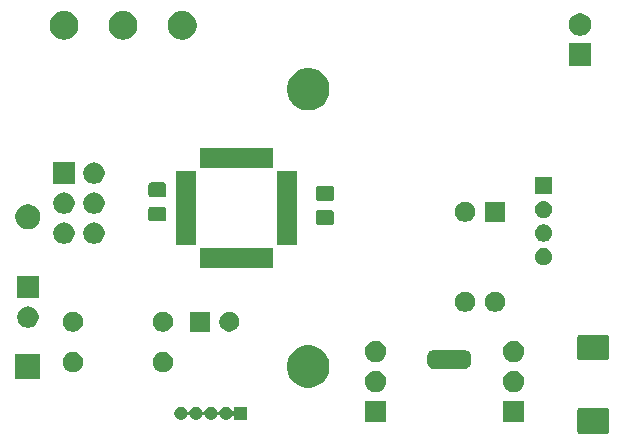
<source format=gbr>
G04 #@! TF.GenerationSoftware,KiCad,Pcbnew,5.1.5-1.fc31*
G04 #@! TF.CreationDate,2020-02-11T17:57:21+01:00*
G04 #@! TF.ProjectId,mimu3000,6d696d75-3330-4303-902e-6b696361645f,rev?*
G04 #@! TF.SameCoordinates,Original*
G04 #@! TF.FileFunction,Soldermask,Top*
G04 #@! TF.FilePolarity,Negative*
%FSLAX46Y46*%
G04 Gerber Fmt 4.6, Leading zero omitted, Abs format (unit mm)*
G04 Created by KiCad (PCBNEW 5.1.5-1.fc31) date 2020-02-11 17:57:21*
%MOMM*%
%LPD*%
G04 APERTURE LIST*
%ADD10C,0.100000*%
G04 APERTURE END LIST*
D10*
G36*
X216691132Y-123527810D02*
G01*
X216722423Y-123537302D01*
X216751263Y-123552717D01*
X216776539Y-123573461D01*
X216797283Y-123598737D01*
X216812698Y-123627577D01*
X216822190Y-123658868D01*
X216826000Y-123697551D01*
X216826000Y-125527449D01*
X216822190Y-125566132D01*
X216812698Y-125597423D01*
X216797283Y-125626263D01*
X216776539Y-125651539D01*
X216751263Y-125672283D01*
X216722423Y-125687698D01*
X216691132Y-125697190D01*
X216652449Y-125701000D01*
X214347551Y-125701000D01*
X214308868Y-125697190D01*
X214277577Y-125687698D01*
X214248737Y-125672283D01*
X214223461Y-125651539D01*
X214202717Y-125626263D01*
X214187302Y-125597423D01*
X214177810Y-125566132D01*
X214174000Y-125527449D01*
X214174000Y-123697551D01*
X214177810Y-123658868D01*
X214187302Y-123627577D01*
X214202717Y-123598737D01*
X214223461Y-123573461D01*
X214248737Y-123552717D01*
X214277577Y-123537302D01*
X214308868Y-123527810D01*
X214347551Y-123524000D01*
X216652449Y-123524000D01*
X216691132Y-123527810D01*
G37*
G36*
X209666000Y-124699000D02*
G01*
X207864000Y-124699000D01*
X207864000Y-122897000D01*
X209666000Y-122897000D01*
X209666000Y-124699000D01*
G37*
G36*
X197982000Y-124699000D02*
G01*
X196180000Y-124699000D01*
X196180000Y-122897000D01*
X197982000Y-122897000D01*
X197982000Y-124699000D01*
G37*
G36*
X180754721Y-123422174D02*
G01*
X180854995Y-123463709D01*
X180854996Y-123463710D01*
X180945242Y-123524010D01*
X181021990Y-123600758D01*
X181021991Y-123600760D01*
X181082291Y-123691005D01*
X181113516Y-123766389D01*
X181125067Y-123788000D01*
X181140612Y-123806941D01*
X181159554Y-123822487D01*
X181181165Y-123834038D01*
X181204614Y-123841151D01*
X181229000Y-123843553D01*
X181253386Y-123841151D01*
X181276835Y-123834038D01*
X181298446Y-123822487D01*
X181317387Y-123806942D01*
X181332933Y-123788000D01*
X181344484Y-123766389D01*
X181375709Y-123691005D01*
X181436009Y-123600760D01*
X181436010Y-123600758D01*
X181512758Y-123524010D01*
X181603004Y-123463710D01*
X181603005Y-123463709D01*
X181703279Y-123422174D01*
X181809730Y-123401000D01*
X181918270Y-123401000D01*
X182024721Y-123422174D01*
X182124995Y-123463709D01*
X182124996Y-123463710D01*
X182215242Y-123524010D01*
X182291990Y-123600758D01*
X182291991Y-123600760D01*
X182352291Y-123691005D01*
X182383516Y-123766389D01*
X182395067Y-123788000D01*
X182410612Y-123806941D01*
X182429554Y-123822487D01*
X182451165Y-123834038D01*
X182474614Y-123841151D01*
X182499000Y-123843553D01*
X182523386Y-123841151D01*
X182546835Y-123834038D01*
X182568446Y-123822487D01*
X182587387Y-123806942D01*
X182602933Y-123788000D01*
X182614484Y-123766389D01*
X182645709Y-123691005D01*
X182706009Y-123600760D01*
X182706010Y-123600758D01*
X182782758Y-123524010D01*
X182873004Y-123463710D01*
X182873005Y-123463709D01*
X182973279Y-123422174D01*
X183079730Y-123401000D01*
X183188270Y-123401000D01*
X183294721Y-123422174D01*
X183394995Y-123463709D01*
X183394996Y-123463710D01*
X183485242Y-123524010D01*
X183561990Y-123600758D01*
X183561991Y-123600760D01*
X183622291Y-123691005D01*
X183653516Y-123766389D01*
X183665067Y-123788000D01*
X183680612Y-123806941D01*
X183699554Y-123822487D01*
X183721165Y-123834038D01*
X183744614Y-123841151D01*
X183769000Y-123843553D01*
X183793386Y-123841151D01*
X183816835Y-123834038D01*
X183838446Y-123822487D01*
X183857387Y-123806942D01*
X183872933Y-123788000D01*
X183884484Y-123766389D01*
X183915709Y-123691005D01*
X183976009Y-123600760D01*
X183976010Y-123600758D01*
X184052758Y-123524010D01*
X184143004Y-123463710D01*
X184143005Y-123463709D01*
X184243279Y-123422174D01*
X184349730Y-123401000D01*
X184458270Y-123401000D01*
X184564721Y-123422174D01*
X184664995Y-123463709D01*
X184664996Y-123463710D01*
X184755242Y-123524010D01*
X184831990Y-123600758D01*
X184831991Y-123600760D01*
X184894068Y-123693664D01*
X184909614Y-123712606D01*
X184928556Y-123728151D01*
X184950167Y-123739702D01*
X184973615Y-123746815D01*
X184998002Y-123749217D01*
X185022388Y-123746815D01*
X185045837Y-123739702D01*
X185067447Y-123728151D01*
X185086389Y-123712605D01*
X185101934Y-123693663D01*
X185113485Y-123672052D01*
X185120598Y-123648604D01*
X185123000Y-123624218D01*
X185123000Y-123401000D01*
X186225000Y-123401000D01*
X186225000Y-124503000D01*
X185123000Y-124503000D01*
X185123000Y-124279782D01*
X185120598Y-124255396D01*
X185113485Y-124231947D01*
X185101934Y-124210336D01*
X185086389Y-124191394D01*
X185067447Y-124175849D01*
X185045836Y-124164298D01*
X185022387Y-124157185D01*
X184998001Y-124154783D01*
X184973615Y-124157185D01*
X184950166Y-124164298D01*
X184928555Y-124175849D01*
X184909613Y-124191394D01*
X184894068Y-124210336D01*
X184852988Y-124271816D01*
X184831990Y-124303242D01*
X184755242Y-124379990D01*
X184709812Y-124410345D01*
X184664995Y-124440291D01*
X184564721Y-124481826D01*
X184458270Y-124503000D01*
X184349730Y-124503000D01*
X184243279Y-124481826D01*
X184143005Y-124440291D01*
X184098188Y-124410345D01*
X184052758Y-124379990D01*
X183976010Y-124303242D01*
X183944041Y-124255396D01*
X183915709Y-124212995D01*
X183884484Y-124137611D01*
X183872933Y-124116000D01*
X183857388Y-124097059D01*
X183838446Y-124081513D01*
X183816835Y-124069962D01*
X183793386Y-124062849D01*
X183769000Y-124060447D01*
X183744614Y-124062849D01*
X183721165Y-124069962D01*
X183699554Y-124081513D01*
X183680613Y-124097058D01*
X183665067Y-124116000D01*
X183653516Y-124137611D01*
X183622291Y-124212995D01*
X183593959Y-124255396D01*
X183561990Y-124303242D01*
X183485242Y-124379990D01*
X183439812Y-124410345D01*
X183394995Y-124440291D01*
X183294721Y-124481826D01*
X183188270Y-124503000D01*
X183079730Y-124503000D01*
X182973279Y-124481826D01*
X182873005Y-124440291D01*
X182828188Y-124410345D01*
X182782758Y-124379990D01*
X182706010Y-124303242D01*
X182674041Y-124255396D01*
X182645709Y-124212995D01*
X182614484Y-124137611D01*
X182602933Y-124116000D01*
X182587388Y-124097059D01*
X182568446Y-124081513D01*
X182546835Y-124069962D01*
X182523386Y-124062849D01*
X182499000Y-124060447D01*
X182474614Y-124062849D01*
X182451165Y-124069962D01*
X182429554Y-124081513D01*
X182410613Y-124097058D01*
X182395067Y-124116000D01*
X182383516Y-124137611D01*
X182352291Y-124212995D01*
X182323959Y-124255396D01*
X182291990Y-124303242D01*
X182215242Y-124379990D01*
X182169812Y-124410345D01*
X182124995Y-124440291D01*
X182024721Y-124481826D01*
X181918270Y-124503000D01*
X181809730Y-124503000D01*
X181703279Y-124481826D01*
X181603005Y-124440291D01*
X181558188Y-124410345D01*
X181512758Y-124379990D01*
X181436010Y-124303242D01*
X181404041Y-124255396D01*
X181375709Y-124212995D01*
X181344484Y-124137611D01*
X181332933Y-124116000D01*
X181317388Y-124097059D01*
X181298446Y-124081513D01*
X181276835Y-124069962D01*
X181253386Y-124062849D01*
X181229000Y-124060447D01*
X181204614Y-124062849D01*
X181181165Y-124069962D01*
X181159554Y-124081513D01*
X181140613Y-124097058D01*
X181125067Y-124116000D01*
X181113516Y-124137611D01*
X181082291Y-124212995D01*
X181053959Y-124255396D01*
X181021990Y-124303242D01*
X180945242Y-124379990D01*
X180899812Y-124410345D01*
X180854995Y-124440291D01*
X180754721Y-124481826D01*
X180648270Y-124503000D01*
X180539730Y-124503000D01*
X180433279Y-124481826D01*
X180333005Y-124440291D01*
X180288188Y-124410345D01*
X180242758Y-124379990D01*
X180166010Y-124303242D01*
X180134041Y-124255396D01*
X180105709Y-124212995D01*
X180064174Y-124112721D01*
X180043000Y-124006270D01*
X180043000Y-123897730D01*
X180064174Y-123791279D01*
X180105709Y-123691005D01*
X180166009Y-123600760D01*
X180166010Y-123600758D01*
X180242758Y-123524010D01*
X180333004Y-123463710D01*
X180333005Y-123463709D01*
X180433279Y-123422174D01*
X180539730Y-123401000D01*
X180648270Y-123401000D01*
X180754721Y-123422174D01*
G37*
G36*
X208878512Y-120361927D02*
G01*
X209027812Y-120391624D01*
X209191784Y-120459544D01*
X209339354Y-120558147D01*
X209464853Y-120683646D01*
X209563456Y-120831216D01*
X209631376Y-120995188D01*
X209666000Y-121169259D01*
X209666000Y-121346741D01*
X209631376Y-121520812D01*
X209563456Y-121684784D01*
X209464853Y-121832354D01*
X209339354Y-121957853D01*
X209191784Y-122056456D01*
X209027812Y-122124376D01*
X208878512Y-122154073D01*
X208853742Y-122159000D01*
X208676258Y-122159000D01*
X208651488Y-122154073D01*
X208502188Y-122124376D01*
X208338216Y-122056456D01*
X208190646Y-121957853D01*
X208065147Y-121832354D01*
X207966544Y-121684784D01*
X207898624Y-121520812D01*
X207864000Y-121346741D01*
X207864000Y-121169259D01*
X207898624Y-120995188D01*
X207966544Y-120831216D01*
X208065147Y-120683646D01*
X208190646Y-120558147D01*
X208338216Y-120459544D01*
X208502188Y-120391624D01*
X208651488Y-120361927D01*
X208676258Y-120357000D01*
X208853742Y-120357000D01*
X208878512Y-120361927D01*
G37*
G36*
X197194512Y-120361927D02*
G01*
X197343812Y-120391624D01*
X197507784Y-120459544D01*
X197655354Y-120558147D01*
X197780853Y-120683646D01*
X197879456Y-120831216D01*
X197947376Y-120995188D01*
X197982000Y-121169259D01*
X197982000Y-121346741D01*
X197947376Y-121520812D01*
X197879456Y-121684784D01*
X197780853Y-121832354D01*
X197655354Y-121957853D01*
X197507784Y-122056456D01*
X197343812Y-122124376D01*
X197194512Y-122154073D01*
X197169742Y-122159000D01*
X196992258Y-122159000D01*
X196967488Y-122154073D01*
X196818188Y-122124376D01*
X196654216Y-122056456D01*
X196506646Y-121957853D01*
X196381147Y-121832354D01*
X196282544Y-121684784D01*
X196214624Y-121520812D01*
X196180000Y-121346741D01*
X196180000Y-121169259D01*
X196214624Y-120995188D01*
X196282544Y-120831216D01*
X196381147Y-120683646D01*
X196506646Y-120558147D01*
X196654216Y-120459544D01*
X196818188Y-120391624D01*
X196967488Y-120361927D01*
X196992258Y-120357000D01*
X197169742Y-120357000D01*
X197194512Y-120361927D01*
G37*
G36*
X191888931Y-118283211D02*
G01*
X192216692Y-118418974D01*
X192511670Y-118616072D01*
X192762528Y-118866930D01*
X192959626Y-119161908D01*
X193095389Y-119489669D01*
X193164600Y-119837616D01*
X193164600Y-120192384D01*
X193095389Y-120540331D01*
X192959626Y-120868092D01*
X192762528Y-121163070D01*
X192511670Y-121413928D01*
X192216692Y-121611026D01*
X191888931Y-121746789D01*
X191540984Y-121816000D01*
X191186216Y-121816000D01*
X190838269Y-121746789D01*
X190510508Y-121611026D01*
X190215530Y-121413928D01*
X189964672Y-121163070D01*
X189767574Y-120868092D01*
X189631811Y-120540331D01*
X189562600Y-120192384D01*
X189562600Y-119837616D01*
X189631811Y-119489669D01*
X189767574Y-119161908D01*
X189964672Y-118866930D01*
X190215530Y-118616072D01*
X190510508Y-118418974D01*
X190838269Y-118283211D01*
X191186216Y-118214000D01*
X191540984Y-118214000D01*
X191888931Y-118283211D01*
G37*
G36*
X168691000Y-121066000D02*
G01*
X166589000Y-121066000D01*
X166589000Y-118964000D01*
X168691000Y-118964000D01*
X168691000Y-121066000D01*
G37*
G36*
X171698228Y-118815703D02*
G01*
X171853100Y-118879853D01*
X171992481Y-118972985D01*
X172111015Y-119091519D01*
X172204147Y-119230900D01*
X172268297Y-119385772D01*
X172301000Y-119550184D01*
X172301000Y-119717816D01*
X172268297Y-119882228D01*
X172204147Y-120037100D01*
X172111015Y-120176481D01*
X171992481Y-120295015D01*
X171853100Y-120388147D01*
X171698228Y-120452297D01*
X171533816Y-120485000D01*
X171366184Y-120485000D01*
X171201772Y-120452297D01*
X171046900Y-120388147D01*
X170907519Y-120295015D01*
X170788985Y-120176481D01*
X170695853Y-120037100D01*
X170631703Y-119882228D01*
X170599000Y-119717816D01*
X170599000Y-119550184D01*
X170631703Y-119385772D01*
X170695853Y-119230900D01*
X170788985Y-119091519D01*
X170907519Y-118972985D01*
X171046900Y-118879853D01*
X171201772Y-118815703D01*
X171366184Y-118783000D01*
X171533816Y-118783000D01*
X171698228Y-118815703D01*
G37*
G36*
X179318228Y-118815703D02*
G01*
X179473100Y-118879853D01*
X179612481Y-118972985D01*
X179731015Y-119091519D01*
X179824147Y-119230900D01*
X179888297Y-119385772D01*
X179921000Y-119550184D01*
X179921000Y-119717816D01*
X179888297Y-119882228D01*
X179824147Y-120037100D01*
X179731015Y-120176481D01*
X179612481Y-120295015D01*
X179473100Y-120388147D01*
X179318228Y-120452297D01*
X179153816Y-120485000D01*
X178986184Y-120485000D01*
X178821772Y-120452297D01*
X178666900Y-120388147D01*
X178527519Y-120295015D01*
X178408985Y-120176481D01*
X178315853Y-120037100D01*
X178251703Y-119882228D01*
X178219000Y-119717816D01*
X178219000Y-119550184D01*
X178251703Y-119385772D01*
X178315853Y-119230900D01*
X178408985Y-119091519D01*
X178527519Y-118972985D01*
X178666900Y-118879853D01*
X178821772Y-118815703D01*
X178986184Y-118783000D01*
X179153816Y-118783000D01*
X179318228Y-118815703D01*
G37*
G36*
X202559999Y-118599737D02*
G01*
X202574528Y-118604145D01*
X202587711Y-118609606D01*
X202611745Y-118614388D01*
X202636249Y-118614389D01*
X202660282Y-118609609D01*
X202682921Y-118600232D01*
X202684765Y-118599000D01*
X203916050Y-118599000D01*
X203928164Y-118605475D01*
X203951613Y-118612588D01*
X203975999Y-118614990D01*
X204000385Y-118612588D01*
X204023834Y-118605475D01*
X204028746Y-118603152D01*
X204040001Y-118599737D01*
X204056140Y-118598148D01*
X204593861Y-118598148D01*
X204612199Y-118599954D01*
X204624450Y-118600556D01*
X204642869Y-118600556D01*
X204665149Y-118602750D01*
X204749233Y-118619476D01*
X204770660Y-118625976D01*
X204849858Y-118658780D01*
X204855303Y-118661691D01*
X204855309Y-118661693D01*
X204864169Y-118666429D01*
X204864173Y-118666432D01*
X204869614Y-118669340D01*
X204940899Y-118716971D01*
X204958204Y-118731172D01*
X205018828Y-118791796D01*
X205033029Y-118809101D01*
X205080660Y-118880386D01*
X205083568Y-118885827D01*
X205083571Y-118885831D01*
X205088307Y-118894691D01*
X205088309Y-118894697D01*
X205091220Y-118900142D01*
X205124024Y-118979340D01*
X205130524Y-119000767D01*
X205147250Y-119084851D01*
X205149444Y-119107131D01*
X205149444Y-119125550D01*
X205150046Y-119137801D01*
X205151852Y-119156139D01*
X205151852Y-119643862D01*
X205150046Y-119662199D01*
X205149444Y-119674450D01*
X205149444Y-119692869D01*
X205147250Y-119715149D01*
X205130524Y-119799233D01*
X205124024Y-119820660D01*
X205091220Y-119899858D01*
X205088309Y-119905303D01*
X205088307Y-119905309D01*
X205083571Y-119914169D01*
X205083568Y-119914173D01*
X205080660Y-119919614D01*
X205033029Y-119990899D01*
X205018828Y-120008204D01*
X204958204Y-120068828D01*
X204940899Y-120083029D01*
X204869614Y-120130660D01*
X204864173Y-120133568D01*
X204864169Y-120133571D01*
X204855309Y-120138307D01*
X204855303Y-120138309D01*
X204849858Y-120141220D01*
X204770660Y-120174024D01*
X204749233Y-120180524D01*
X204665149Y-120197250D01*
X204642869Y-120199444D01*
X204624450Y-120199444D01*
X204612199Y-120200046D01*
X204593862Y-120201852D01*
X204056140Y-120201852D01*
X204040001Y-120200263D01*
X204025472Y-120195855D01*
X204012289Y-120190394D01*
X203988255Y-120185612D01*
X203963751Y-120185611D01*
X203939718Y-120190391D01*
X203917079Y-120199768D01*
X203915235Y-120201000D01*
X202683950Y-120201000D01*
X202671836Y-120194525D01*
X202648387Y-120187412D01*
X202624001Y-120185010D01*
X202599615Y-120187412D01*
X202576166Y-120194525D01*
X202571254Y-120196848D01*
X202559999Y-120200263D01*
X202543860Y-120201852D01*
X202006138Y-120201852D01*
X201987801Y-120200046D01*
X201975550Y-120199444D01*
X201957131Y-120199444D01*
X201934851Y-120197250D01*
X201850767Y-120180524D01*
X201829340Y-120174024D01*
X201750142Y-120141220D01*
X201744697Y-120138309D01*
X201744691Y-120138307D01*
X201735831Y-120133571D01*
X201735827Y-120133568D01*
X201730386Y-120130660D01*
X201659101Y-120083029D01*
X201641796Y-120068828D01*
X201581172Y-120008204D01*
X201566971Y-119990899D01*
X201519340Y-119919614D01*
X201516432Y-119914173D01*
X201516429Y-119914169D01*
X201511693Y-119905309D01*
X201511691Y-119905303D01*
X201508780Y-119899858D01*
X201475976Y-119820660D01*
X201469476Y-119799233D01*
X201452750Y-119715149D01*
X201450556Y-119692869D01*
X201450556Y-119674450D01*
X201449954Y-119662199D01*
X201448148Y-119643862D01*
X201448148Y-119156139D01*
X201449954Y-119137801D01*
X201450556Y-119125550D01*
X201450556Y-119107131D01*
X201452750Y-119084851D01*
X201469476Y-119000767D01*
X201475976Y-118979340D01*
X201508780Y-118900142D01*
X201511691Y-118894697D01*
X201511693Y-118894691D01*
X201516429Y-118885831D01*
X201516432Y-118885827D01*
X201519340Y-118880386D01*
X201566971Y-118809101D01*
X201581172Y-118791796D01*
X201641796Y-118731172D01*
X201659101Y-118716971D01*
X201730386Y-118669340D01*
X201735827Y-118666432D01*
X201735831Y-118666429D01*
X201744691Y-118661693D01*
X201744697Y-118661691D01*
X201750142Y-118658780D01*
X201829340Y-118625976D01*
X201850767Y-118619476D01*
X201934851Y-118602750D01*
X201957131Y-118600556D01*
X201975550Y-118600556D01*
X201987801Y-118599954D01*
X202006139Y-118598148D01*
X202543860Y-118598148D01*
X202559999Y-118599737D01*
G37*
G36*
X197194512Y-117821927D02*
G01*
X197343812Y-117851624D01*
X197507784Y-117919544D01*
X197655354Y-118018147D01*
X197780853Y-118143646D01*
X197879456Y-118291216D01*
X197947376Y-118455188D01*
X197975812Y-118598148D01*
X197982000Y-118629258D01*
X197982000Y-118806742D01*
X197980217Y-118815705D01*
X197947376Y-118980812D01*
X197879456Y-119144784D01*
X197780853Y-119292354D01*
X197655354Y-119417853D01*
X197507784Y-119516456D01*
X197343812Y-119584376D01*
X197194512Y-119614073D01*
X197169742Y-119619000D01*
X196992258Y-119619000D01*
X196967488Y-119614073D01*
X196818188Y-119584376D01*
X196654216Y-119516456D01*
X196506646Y-119417853D01*
X196381147Y-119292354D01*
X196282544Y-119144784D01*
X196214624Y-118980812D01*
X196181783Y-118815705D01*
X196180000Y-118806742D01*
X196180000Y-118629258D01*
X196186188Y-118598148D01*
X196214624Y-118455188D01*
X196282544Y-118291216D01*
X196381147Y-118143646D01*
X196506646Y-118018147D01*
X196654216Y-117919544D01*
X196818188Y-117851624D01*
X196967488Y-117821927D01*
X196992258Y-117817000D01*
X197169742Y-117817000D01*
X197194512Y-117821927D01*
G37*
G36*
X208878512Y-117821927D02*
G01*
X209027812Y-117851624D01*
X209191784Y-117919544D01*
X209339354Y-118018147D01*
X209464853Y-118143646D01*
X209563456Y-118291216D01*
X209631376Y-118455188D01*
X209659812Y-118598148D01*
X209666000Y-118629258D01*
X209666000Y-118806742D01*
X209664217Y-118815705D01*
X209631376Y-118980812D01*
X209563456Y-119144784D01*
X209464853Y-119292354D01*
X209339354Y-119417853D01*
X209191784Y-119516456D01*
X209027812Y-119584376D01*
X208878512Y-119614073D01*
X208853742Y-119619000D01*
X208676258Y-119619000D01*
X208651488Y-119614073D01*
X208502188Y-119584376D01*
X208338216Y-119516456D01*
X208190646Y-119417853D01*
X208065147Y-119292354D01*
X207966544Y-119144784D01*
X207898624Y-118980812D01*
X207865783Y-118815705D01*
X207864000Y-118806742D01*
X207864000Y-118629258D01*
X207870188Y-118598148D01*
X207898624Y-118455188D01*
X207966544Y-118291216D01*
X208065147Y-118143646D01*
X208190646Y-118018147D01*
X208338216Y-117919544D01*
X208502188Y-117851624D01*
X208651488Y-117821927D01*
X208676258Y-117817000D01*
X208853742Y-117817000D01*
X208878512Y-117821927D01*
G37*
G36*
X216691132Y-117302810D02*
G01*
X216722423Y-117312302D01*
X216751263Y-117327717D01*
X216776539Y-117348461D01*
X216797283Y-117373737D01*
X216812698Y-117402577D01*
X216822190Y-117433868D01*
X216826000Y-117472551D01*
X216826000Y-119302449D01*
X216822190Y-119341132D01*
X216812698Y-119372423D01*
X216797283Y-119401263D01*
X216776539Y-119426539D01*
X216751263Y-119447283D01*
X216722423Y-119462698D01*
X216691132Y-119472190D01*
X216652449Y-119476000D01*
X214347551Y-119476000D01*
X214308868Y-119472190D01*
X214277577Y-119462698D01*
X214248737Y-119447283D01*
X214223461Y-119426539D01*
X214202717Y-119401263D01*
X214187302Y-119372423D01*
X214177810Y-119341132D01*
X214174000Y-119302449D01*
X214174000Y-117472551D01*
X214177810Y-117433868D01*
X214187302Y-117402577D01*
X214202717Y-117373737D01*
X214223461Y-117348461D01*
X214248737Y-117327717D01*
X214277577Y-117312302D01*
X214308868Y-117302810D01*
X214347551Y-117299000D01*
X216652449Y-117299000D01*
X216691132Y-117302810D01*
G37*
G36*
X179318228Y-115386703D02*
G01*
X179473100Y-115450853D01*
X179612481Y-115543985D01*
X179731015Y-115662519D01*
X179824147Y-115801900D01*
X179888297Y-115956772D01*
X179921000Y-116121184D01*
X179921000Y-116288816D01*
X179888297Y-116453228D01*
X179824147Y-116608100D01*
X179731015Y-116747481D01*
X179612481Y-116866015D01*
X179473100Y-116959147D01*
X179318228Y-117023297D01*
X179153816Y-117056000D01*
X178986184Y-117056000D01*
X178821772Y-117023297D01*
X178666900Y-116959147D01*
X178527519Y-116866015D01*
X178408985Y-116747481D01*
X178315853Y-116608100D01*
X178251703Y-116453228D01*
X178219000Y-116288816D01*
X178219000Y-116121184D01*
X178251703Y-115956772D01*
X178315853Y-115801900D01*
X178408985Y-115662519D01*
X178527519Y-115543985D01*
X178666900Y-115450853D01*
X178821772Y-115386703D01*
X178986184Y-115354000D01*
X179153816Y-115354000D01*
X179318228Y-115386703D01*
G37*
G36*
X171698228Y-115386703D02*
G01*
X171853100Y-115450853D01*
X171992481Y-115543985D01*
X172111015Y-115662519D01*
X172204147Y-115801900D01*
X172268297Y-115956772D01*
X172301000Y-116121184D01*
X172301000Y-116288816D01*
X172268297Y-116453228D01*
X172204147Y-116608100D01*
X172111015Y-116747481D01*
X171992481Y-116866015D01*
X171853100Y-116959147D01*
X171698228Y-117023297D01*
X171533816Y-117056000D01*
X171366184Y-117056000D01*
X171201772Y-117023297D01*
X171046900Y-116959147D01*
X170907519Y-116866015D01*
X170788985Y-116747481D01*
X170695853Y-116608100D01*
X170631703Y-116453228D01*
X170599000Y-116288816D01*
X170599000Y-116121184D01*
X170631703Y-115956772D01*
X170695853Y-115801900D01*
X170788985Y-115662519D01*
X170907519Y-115543985D01*
X171046900Y-115450853D01*
X171201772Y-115386703D01*
X171366184Y-115354000D01*
X171533816Y-115354000D01*
X171698228Y-115386703D01*
G37*
G36*
X184948228Y-115381703D02*
G01*
X185103100Y-115445853D01*
X185242481Y-115538985D01*
X185361015Y-115657519D01*
X185454147Y-115796900D01*
X185518297Y-115951772D01*
X185551000Y-116116184D01*
X185551000Y-116283816D01*
X185518297Y-116448228D01*
X185454147Y-116603100D01*
X185361015Y-116742481D01*
X185242481Y-116861015D01*
X185103100Y-116954147D01*
X184948228Y-117018297D01*
X184783816Y-117051000D01*
X184616184Y-117051000D01*
X184451772Y-117018297D01*
X184296900Y-116954147D01*
X184157519Y-116861015D01*
X184038985Y-116742481D01*
X183945853Y-116603100D01*
X183881703Y-116448228D01*
X183849000Y-116283816D01*
X183849000Y-116116184D01*
X183881703Y-115951772D01*
X183945853Y-115796900D01*
X184038985Y-115657519D01*
X184157519Y-115538985D01*
X184296900Y-115445853D01*
X184451772Y-115381703D01*
X184616184Y-115349000D01*
X184783816Y-115349000D01*
X184948228Y-115381703D01*
G37*
G36*
X183051000Y-117051000D02*
G01*
X181349000Y-117051000D01*
X181349000Y-115349000D01*
X183051000Y-115349000D01*
X183051000Y-117051000D01*
G37*
G36*
X167753512Y-114927927D02*
G01*
X167902812Y-114957624D01*
X168066784Y-115025544D01*
X168214354Y-115124147D01*
X168339853Y-115249646D01*
X168438456Y-115397216D01*
X168506376Y-115561188D01*
X168541000Y-115735259D01*
X168541000Y-115912741D01*
X168506376Y-116086812D01*
X168438456Y-116250784D01*
X168339853Y-116398354D01*
X168214354Y-116523853D01*
X168066784Y-116622456D01*
X167902812Y-116690376D01*
X167753512Y-116720073D01*
X167728742Y-116725000D01*
X167551258Y-116725000D01*
X167526488Y-116720073D01*
X167377188Y-116690376D01*
X167213216Y-116622456D01*
X167065646Y-116523853D01*
X166940147Y-116398354D01*
X166841544Y-116250784D01*
X166773624Y-116086812D01*
X166739000Y-115912741D01*
X166739000Y-115735259D01*
X166773624Y-115561188D01*
X166841544Y-115397216D01*
X166940147Y-115249646D01*
X167065646Y-115124147D01*
X167213216Y-115025544D01*
X167377188Y-114957624D01*
X167526488Y-114927927D01*
X167551258Y-114923000D01*
X167728742Y-114923000D01*
X167753512Y-114927927D01*
G37*
G36*
X204908228Y-113701703D02*
G01*
X205063100Y-113765853D01*
X205202481Y-113858985D01*
X205321015Y-113977519D01*
X205414147Y-114116900D01*
X205478297Y-114271772D01*
X205511000Y-114436184D01*
X205511000Y-114603816D01*
X205478297Y-114768228D01*
X205414147Y-114923100D01*
X205321015Y-115062481D01*
X205202481Y-115181015D01*
X205063100Y-115274147D01*
X204908228Y-115338297D01*
X204743816Y-115371000D01*
X204576184Y-115371000D01*
X204411772Y-115338297D01*
X204256900Y-115274147D01*
X204117519Y-115181015D01*
X203998985Y-115062481D01*
X203905853Y-114923100D01*
X203841703Y-114768228D01*
X203809000Y-114603816D01*
X203809000Y-114436184D01*
X203841703Y-114271772D01*
X203905853Y-114116900D01*
X203998985Y-113977519D01*
X204117519Y-113858985D01*
X204256900Y-113765853D01*
X204411772Y-113701703D01*
X204576184Y-113669000D01*
X204743816Y-113669000D01*
X204908228Y-113701703D01*
G37*
G36*
X207448228Y-113701703D02*
G01*
X207603100Y-113765853D01*
X207742481Y-113858985D01*
X207861015Y-113977519D01*
X207954147Y-114116900D01*
X208018297Y-114271772D01*
X208051000Y-114436184D01*
X208051000Y-114603816D01*
X208018297Y-114768228D01*
X207954147Y-114923100D01*
X207861015Y-115062481D01*
X207742481Y-115181015D01*
X207603100Y-115274147D01*
X207448228Y-115338297D01*
X207283816Y-115371000D01*
X207116184Y-115371000D01*
X206951772Y-115338297D01*
X206796900Y-115274147D01*
X206657519Y-115181015D01*
X206538985Y-115062481D01*
X206445853Y-114923100D01*
X206381703Y-114768228D01*
X206349000Y-114603816D01*
X206349000Y-114436184D01*
X206381703Y-114271772D01*
X206445853Y-114116900D01*
X206538985Y-113977519D01*
X206657519Y-113858985D01*
X206796900Y-113765853D01*
X206951772Y-113701703D01*
X207116184Y-113669000D01*
X207283816Y-113669000D01*
X207448228Y-113701703D01*
G37*
G36*
X168541000Y-114185000D02*
G01*
X166739000Y-114185000D01*
X166739000Y-112383000D01*
X168541000Y-112383000D01*
X168541000Y-114185000D01*
G37*
G36*
X188426000Y-111701000D02*
G01*
X182174000Y-111701000D01*
X182174000Y-109999000D01*
X188426000Y-109999000D01*
X188426000Y-111701000D01*
G37*
G36*
X211511766Y-110001899D02*
G01*
X211643888Y-110056626D01*
X211643890Y-110056627D01*
X211762798Y-110136079D01*
X211863921Y-110237202D01*
X211863922Y-110237204D01*
X211943374Y-110356112D01*
X211998101Y-110488234D01*
X212026000Y-110628494D01*
X212026000Y-110771506D01*
X211998101Y-110911766D01*
X211943374Y-111043888D01*
X211943373Y-111043890D01*
X211863921Y-111162798D01*
X211762798Y-111263921D01*
X211643890Y-111343373D01*
X211643889Y-111343374D01*
X211643888Y-111343374D01*
X211511766Y-111398101D01*
X211371506Y-111426000D01*
X211228494Y-111426000D01*
X211088234Y-111398101D01*
X210956112Y-111343374D01*
X210956111Y-111343374D01*
X210956110Y-111343373D01*
X210837202Y-111263921D01*
X210736079Y-111162798D01*
X210656627Y-111043890D01*
X210656626Y-111043888D01*
X210601899Y-110911766D01*
X210574000Y-110771506D01*
X210574000Y-110628494D01*
X210601899Y-110488234D01*
X210656626Y-110356112D01*
X210736078Y-110237204D01*
X210736079Y-110237202D01*
X210837202Y-110136079D01*
X210956110Y-110056627D01*
X210956112Y-110056626D01*
X211088234Y-110001899D01*
X211228494Y-109974000D01*
X211371506Y-109974000D01*
X211511766Y-110001899D01*
G37*
G36*
X181901000Y-109726000D02*
G01*
X180199000Y-109726000D01*
X180199000Y-103474000D01*
X181901000Y-103474000D01*
X181901000Y-109726000D01*
G37*
G36*
X190401000Y-109726000D02*
G01*
X188699000Y-109726000D01*
X188699000Y-103474000D01*
X190401000Y-103474000D01*
X190401000Y-109726000D01*
G37*
G36*
X173341512Y-107815927D02*
G01*
X173490812Y-107845624D01*
X173654784Y-107913544D01*
X173802354Y-108012147D01*
X173927853Y-108137646D01*
X174026456Y-108285216D01*
X174094376Y-108449188D01*
X174129000Y-108623259D01*
X174129000Y-108800741D01*
X174094376Y-108974812D01*
X174026456Y-109138784D01*
X173927853Y-109286354D01*
X173802354Y-109411853D01*
X173654784Y-109510456D01*
X173490812Y-109578376D01*
X173341512Y-109608073D01*
X173316742Y-109613000D01*
X173139258Y-109613000D01*
X173114488Y-109608073D01*
X172965188Y-109578376D01*
X172801216Y-109510456D01*
X172653646Y-109411853D01*
X172528147Y-109286354D01*
X172429544Y-109138784D01*
X172361624Y-108974812D01*
X172327000Y-108800741D01*
X172327000Y-108623259D01*
X172361624Y-108449188D01*
X172429544Y-108285216D01*
X172528147Y-108137646D01*
X172653646Y-108012147D01*
X172801216Y-107913544D01*
X172965188Y-107845624D01*
X173114488Y-107815927D01*
X173139258Y-107811000D01*
X173316742Y-107811000D01*
X173341512Y-107815927D01*
G37*
G36*
X170801512Y-107815927D02*
G01*
X170950812Y-107845624D01*
X171114784Y-107913544D01*
X171262354Y-108012147D01*
X171387853Y-108137646D01*
X171486456Y-108285216D01*
X171554376Y-108449188D01*
X171589000Y-108623259D01*
X171589000Y-108800741D01*
X171554376Y-108974812D01*
X171486456Y-109138784D01*
X171387853Y-109286354D01*
X171262354Y-109411853D01*
X171114784Y-109510456D01*
X170950812Y-109578376D01*
X170801512Y-109608073D01*
X170776742Y-109613000D01*
X170599258Y-109613000D01*
X170574488Y-109608073D01*
X170425188Y-109578376D01*
X170261216Y-109510456D01*
X170113646Y-109411853D01*
X169988147Y-109286354D01*
X169889544Y-109138784D01*
X169821624Y-108974812D01*
X169787000Y-108800741D01*
X169787000Y-108623259D01*
X169821624Y-108449188D01*
X169889544Y-108285216D01*
X169988147Y-108137646D01*
X170113646Y-108012147D01*
X170261216Y-107913544D01*
X170425188Y-107845624D01*
X170574488Y-107815927D01*
X170599258Y-107811000D01*
X170776742Y-107811000D01*
X170801512Y-107815927D01*
G37*
G36*
X211511766Y-108001899D02*
G01*
X211643888Y-108056626D01*
X211643890Y-108056627D01*
X211762798Y-108136079D01*
X211863921Y-108237202D01*
X211896003Y-108285216D01*
X211943374Y-108356112D01*
X211998101Y-108488234D01*
X212026000Y-108628494D01*
X212026000Y-108771506D01*
X211998101Y-108911766D01*
X211971986Y-108974812D01*
X211943373Y-109043890D01*
X211863921Y-109162798D01*
X211762798Y-109263921D01*
X211643890Y-109343373D01*
X211643889Y-109343374D01*
X211643888Y-109343374D01*
X211511766Y-109398101D01*
X211371506Y-109426000D01*
X211228494Y-109426000D01*
X211088234Y-109398101D01*
X210956112Y-109343374D01*
X210956111Y-109343374D01*
X210956110Y-109343373D01*
X210837202Y-109263921D01*
X210736079Y-109162798D01*
X210656627Y-109043890D01*
X210628014Y-108974812D01*
X210601899Y-108911766D01*
X210574000Y-108771506D01*
X210574000Y-108628494D01*
X210601899Y-108488234D01*
X210656626Y-108356112D01*
X210703997Y-108285216D01*
X210736079Y-108237202D01*
X210837202Y-108136079D01*
X210956110Y-108056627D01*
X210956112Y-108056626D01*
X211088234Y-108001899D01*
X211228494Y-107974000D01*
X211371506Y-107974000D01*
X211511766Y-108001899D01*
G37*
G36*
X167946564Y-106304389D02*
G01*
X168137833Y-106383615D01*
X168137835Y-106383616D01*
X168309973Y-106498635D01*
X168456365Y-106645027D01*
X168570729Y-106816184D01*
X168571385Y-106817167D01*
X168650611Y-107008436D01*
X168691000Y-107211484D01*
X168691000Y-107418516D01*
X168650611Y-107621564D01*
X168607352Y-107726000D01*
X168571384Y-107812835D01*
X168456365Y-107984973D01*
X168309973Y-108131365D01*
X168137835Y-108246384D01*
X168137834Y-108246385D01*
X168137833Y-108246385D01*
X167946564Y-108325611D01*
X167743516Y-108366000D01*
X167536484Y-108366000D01*
X167333436Y-108325611D01*
X167142167Y-108246385D01*
X167142166Y-108246385D01*
X167142165Y-108246384D01*
X166970027Y-108131365D01*
X166823635Y-107984973D01*
X166708616Y-107812835D01*
X166672648Y-107726000D01*
X166629389Y-107621564D01*
X166589000Y-107418516D01*
X166589000Y-107211484D01*
X166629389Y-107008436D01*
X166708615Y-106817167D01*
X166709272Y-106816184D01*
X166823635Y-106645027D01*
X166970027Y-106498635D01*
X167142165Y-106383616D01*
X167142167Y-106383615D01*
X167333436Y-106304389D01*
X167536484Y-106264000D01*
X167743516Y-106264000D01*
X167946564Y-106304389D01*
G37*
G36*
X193374674Y-106777465D02*
G01*
X193412367Y-106788899D01*
X193447103Y-106807466D01*
X193477548Y-106832452D01*
X193502534Y-106862897D01*
X193521101Y-106897633D01*
X193532535Y-106935326D01*
X193537000Y-106980661D01*
X193537000Y-107817339D01*
X193532535Y-107862674D01*
X193521101Y-107900367D01*
X193502534Y-107935103D01*
X193477548Y-107965548D01*
X193447103Y-107990534D01*
X193412367Y-108009101D01*
X193374674Y-108020535D01*
X193329339Y-108025000D01*
X192242661Y-108025000D01*
X192197326Y-108020535D01*
X192159633Y-108009101D01*
X192124897Y-107990534D01*
X192094452Y-107965548D01*
X192069466Y-107935103D01*
X192050899Y-107900367D01*
X192039465Y-107862674D01*
X192035000Y-107817339D01*
X192035000Y-106980661D01*
X192039465Y-106935326D01*
X192050899Y-106897633D01*
X192069466Y-106862897D01*
X192094452Y-106832452D01*
X192124897Y-106807466D01*
X192159633Y-106788899D01*
X192197326Y-106777465D01*
X192242661Y-106773000D01*
X193329339Y-106773000D01*
X193374674Y-106777465D01*
G37*
G36*
X204908228Y-106081703D02*
G01*
X205063100Y-106145853D01*
X205202481Y-106238985D01*
X205321015Y-106357519D01*
X205414147Y-106496900D01*
X205478297Y-106651772D01*
X205511000Y-106816184D01*
X205511000Y-106983816D01*
X205478297Y-107148228D01*
X205414147Y-107303100D01*
X205321015Y-107442481D01*
X205202481Y-107561015D01*
X205063100Y-107654147D01*
X204908228Y-107718297D01*
X204743816Y-107751000D01*
X204576184Y-107751000D01*
X204411772Y-107718297D01*
X204256900Y-107654147D01*
X204117519Y-107561015D01*
X203998985Y-107442481D01*
X203905853Y-107303100D01*
X203841703Y-107148228D01*
X203809000Y-106983816D01*
X203809000Y-106816184D01*
X203841703Y-106651772D01*
X203905853Y-106496900D01*
X203998985Y-106357519D01*
X204117519Y-106238985D01*
X204256900Y-106145853D01*
X204411772Y-106081703D01*
X204576184Y-106049000D01*
X204743816Y-106049000D01*
X204908228Y-106081703D01*
G37*
G36*
X208051000Y-107751000D02*
G01*
X206349000Y-107751000D01*
X206349000Y-106049000D01*
X208051000Y-106049000D01*
X208051000Y-107751000D01*
G37*
G36*
X179188674Y-106478465D02*
G01*
X179226367Y-106489899D01*
X179261103Y-106508466D01*
X179291548Y-106533452D01*
X179316534Y-106563897D01*
X179335101Y-106598633D01*
X179346535Y-106636326D01*
X179351000Y-106681661D01*
X179351000Y-107518339D01*
X179346535Y-107563674D01*
X179335101Y-107601367D01*
X179316534Y-107636103D01*
X179291548Y-107666548D01*
X179261103Y-107691534D01*
X179226367Y-107710101D01*
X179188674Y-107721535D01*
X179143339Y-107726000D01*
X178056661Y-107726000D01*
X178011326Y-107721535D01*
X177973633Y-107710101D01*
X177938897Y-107691534D01*
X177908452Y-107666548D01*
X177883466Y-107636103D01*
X177864899Y-107601367D01*
X177853465Y-107563674D01*
X177849000Y-107518339D01*
X177849000Y-106681661D01*
X177853465Y-106636326D01*
X177864899Y-106598633D01*
X177883466Y-106563897D01*
X177908452Y-106533452D01*
X177938897Y-106508466D01*
X177973633Y-106489899D01*
X178011326Y-106478465D01*
X178056661Y-106474000D01*
X179143339Y-106474000D01*
X179188674Y-106478465D01*
G37*
G36*
X211511766Y-106001899D02*
G01*
X211625477Y-106049000D01*
X211643890Y-106056627D01*
X211762798Y-106136079D01*
X211863921Y-106237202D01*
X211943373Y-106356110D01*
X211943374Y-106356112D01*
X211998101Y-106488234D01*
X212026000Y-106628494D01*
X212026000Y-106771506D01*
X211998101Y-106911766D01*
X211945657Y-107038376D01*
X211943373Y-107043890D01*
X211863921Y-107162798D01*
X211762798Y-107263921D01*
X211643890Y-107343373D01*
X211643889Y-107343374D01*
X211643888Y-107343374D01*
X211511766Y-107398101D01*
X211371506Y-107426000D01*
X211228494Y-107426000D01*
X211088234Y-107398101D01*
X210956112Y-107343374D01*
X210956111Y-107343374D01*
X210956110Y-107343373D01*
X210837202Y-107263921D01*
X210736079Y-107162798D01*
X210656627Y-107043890D01*
X210654343Y-107038376D01*
X210601899Y-106911766D01*
X210574000Y-106771506D01*
X210574000Y-106628494D01*
X210601899Y-106488234D01*
X210656626Y-106356112D01*
X210656627Y-106356110D01*
X210736079Y-106237202D01*
X210837202Y-106136079D01*
X210956110Y-106056627D01*
X210974523Y-106049000D01*
X211088234Y-106001899D01*
X211228494Y-105974000D01*
X211371506Y-105974000D01*
X211511766Y-106001899D01*
G37*
G36*
X173341512Y-105275927D02*
G01*
X173490812Y-105305624D01*
X173654784Y-105373544D01*
X173802354Y-105472147D01*
X173927853Y-105597646D01*
X174026456Y-105745216D01*
X174094376Y-105909188D01*
X174129000Y-106083259D01*
X174129000Y-106260741D01*
X174094376Y-106434812D01*
X174026456Y-106598784D01*
X173927853Y-106746354D01*
X173802354Y-106871853D01*
X173654784Y-106970456D01*
X173490812Y-107038376D01*
X173341512Y-107068073D01*
X173316742Y-107073000D01*
X173139258Y-107073000D01*
X173114488Y-107068073D01*
X172965188Y-107038376D01*
X172801216Y-106970456D01*
X172653646Y-106871853D01*
X172528147Y-106746354D01*
X172429544Y-106598784D01*
X172361624Y-106434812D01*
X172327000Y-106260741D01*
X172327000Y-106083259D01*
X172361624Y-105909188D01*
X172429544Y-105745216D01*
X172528147Y-105597646D01*
X172653646Y-105472147D01*
X172801216Y-105373544D01*
X172965188Y-105305624D01*
X173114488Y-105275927D01*
X173139258Y-105271000D01*
X173316742Y-105271000D01*
X173341512Y-105275927D01*
G37*
G36*
X170801512Y-105275927D02*
G01*
X170950812Y-105305624D01*
X171114784Y-105373544D01*
X171262354Y-105472147D01*
X171387853Y-105597646D01*
X171486456Y-105745216D01*
X171554376Y-105909188D01*
X171589000Y-106083259D01*
X171589000Y-106260741D01*
X171554376Y-106434812D01*
X171486456Y-106598784D01*
X171387853Y-106746354D01*
X171262354Y-106871853D01*
X171114784Y-106970456D01*
X170950812Y-107038376D01*
X170801512Y-107068073D01*
X170776742Y-107073000D01*
X170599258Y-107073000D01*
X170574488Y-107068073D01*
X170425188Y-107038376D01*
X170261216Y-106970456D01*
X170113646Y-106871853D01*
X169988147Y-106746354D01*
X169889544Y-106598784D01*
X169821624Y-106434812D01*
X169787000Y-106260741D01*
X169787000Y-106083259D01*
X169821624Y-105909188D01*
X169889544Y-105745216D01*
X169988147Y-105597646D01*
X170113646Y-105472147D01*
X170261216Y-105373544D01*
X170425188Y-105305624D01*
X170574488Y-105275927D01*
X170599258Y-105271000D01*
X170776742Y-105271000D01*
X170801512Y-105275927D01*
G37*
G36*
X193374674Y-104727465D02*
G01*
X193412367Y-104738899D01*
X193447103Y-104757466D01*
X193477548Y-104782452D01*
X193502534Y-104812897D01*
X193521101Y-104847633D01*
X193532535Y-104885326D01*
X193537000Y-104930661D01*
X193537000Y-105767339D01*
X193532535Y-105812674D01*
X193521101Y-105850367D01*
X193502534Y-105885103D01*
X193477548Y-105915548D01*
X193447103Y-105940534D01*
X193412367Y-105959101D01*
X193374674Y-105970535D01*
X193329339Y-105975000D01*
X192242661Y-105975000D01*
X192197326Y-105970535D01*
X192159633Y-105959101D01*
X192124897Y-105940534D01*
X192094452Y-105915548D01*
X192069466Y-105885103D01*
X192050899Y-105850367D01*
X192039465Y-105812674D01*
X192035000Y-105767339D01*
X192035000Y-104930661D01*
X192039465Y-104885326D01*
X192050899Y-104847633D01*
X192069466Y-104812897D01*
X192094452Y-104782452D01*
X192124897Y-104757466D01*
X192159633Y-104738899D01*
X192197326Y-104727465D01*
X192242661Y-104723000D01*
X193329339Y-104723000D01*
X193374674Y-104727465D01*
G37*
G36*
X179188674Y-104428465D02*
G01*
X179226367Y-104439899D01*
X179261103Y-104458466D01*
X179291548Y-104483452D01*
X179316534Y-104513897D01*
X179335101Y-104548633D01*
X179346535Y-104586326D01*
X179351000Y-104631661D01*
X179351000Y-105468339D01*
X179346535Y-105513674D01*
X179335101Y-105551367D01*
X179316534Y-105586103D01*
X179291548Y-105616548D01*
X179261103Y-105641534D01*
X179226367Y-105660101D01*
X179188674Y-105671535D01*
X179143339Y-105676000D01*
X178056661Y-105676000D01*
X178011326Y-105671535D01*
X177973633Y-105660101D01*
X177938897Y-105641534D01*
X177908452Y-105616548D01*
X177883466Y-105586103D01*
X177864899Y-105551367D01*
X177853465Y-105513674D01*
X177849000Y-105468339D01*
X177849000Y-104631661D01*
X177853465Y-104586326D01*
X177864899Y-104548633D01*
X177883466Y-104513897D01*
X177908452Y-104483452D01*
X177938897Y-104458466D01*
X177973633Y-104439899D01*
X178011326Y-104428465D01*
X178056661Y-104424000D01*
X179143339Y-104424000D01*
X179188674Y-104428465D01*
G37*
G36*
X212026000Y-105426000D02*
G01*
X210574000Y-105426000D01*
X210574000Y-103974000D01*
X212026000Y-103974000D01*
X212026000Y-105426000D01*
G37*
G36*
X171589000Y-104533000D02*
G01*
X169787000Y-104533000D01*
X169787000Y-102731000D01*
X171589000Y-102731000D01*
X171589000Y-104533000D01*
G37*
G36*
X173341512Y-102735927D02*
G01*
X173490812Y-102765624D01*
X173654784Y-102833544D01*
X173802354Y-102932147D01*
X173927853Y-103057646D01*
X174026456Y-103205216D01*
X174094376Y-103369188D01*
X174129000Y-103543259D01*
X174129000Y-103720741D01*
X174094376Y-103894812D01*
X174026456Y-104058784D01*
X173927853Y-104206354D01*
X173802354Y-104331853D01*
X173654784Y-104430456D01*
X173490812Y-104498376D01*
X173341512Y-104528073D01*
X173316742Y-104533000D01*
X173139258Y-104533000D01*
X173114488Y-104528073D01*
X172965188Y-104498376D01*
X172801216Y-104430456D01*
X172653646Y-104331853D01*
X172528147Y-104206354D01*
X172429544Y-104058784D01*
X172361624Y-103894812D01*
X172327000Y-103720741D01*
X172327000Y-103543259D01*
X172361624Y-103369188D01*
X172429544Y-103205216D01*
X172528147Y-103057646D01*
X172653646Y-102932147D01*
X172801216Y-102833544D01*
X172965188Y-102765624D01*
X173114488Y-102735927D01*
X173139258Y-102731000D01*
X173316742Y-102731000D01*
X173341512Y-102735927D01*
G37*
G36*
X188426000Y-103201000D02*
G01*
X182174000Y-103201000D01*
X182174000Y-101499000D01*
X188426000Y-101499000D01*
X188426000Y-103201000D01*
G37*
G36*
X191888931Y-94788211D02*
G01*
X192216692Y-94923974D01*
X192511670Y-95121072D01*
X192762528Y-95371930D01*
X192959626Y-95666908D01*
X193095389Y-95994669D01*
X193164600Y-96342616D01*
X193164600Y-96697384D01*
X193095389Y-97045331D01*
X192959626Y-97373092D01*
X192762528Y-97668070D01*
X192511670Y-97918928D01*
X192216692Y-98116026D01*
X191888931Y-98251789D01*
X191540984Y-98321000D01*
X191186216Y-98321000D01*
X190838269Y-98251789D01*
X190510508Y-98116026D01*
X190215530Y-97918928D01*
X189964672Y-97668070D01*
X189767574Y-97373092D01*
X189631811Y-97045331D01*
X189562600Y-96697384D01*
X189562600Y-96342616D01*
X189631811Y-95994669D01*
X189767574Y-95666908D01*
X189964672Y-95371930D01*
X190215530Y-95121072D01*
X190510508Y-94923974D01*
X190838269Y-94788211D01*
X191186216Y-94719000D01*
X191540984Y-94719000D01*
X191888931Y-94788211D01*
G37*
G36*
X215351000Y-94551000D02*
G01*
X213449000Y-94551000D01*
X213449000Y-92649000D01*
X215351000Y-92649000D01*
X215351000Y-94551000D01*
G37*
G36*
X171056153Y-89925922D02*
G01*
X171148194Y-89964047D01*
X171278359Y-90017963D01*
X171478342Y-90151587D01*
X171648413Y-90321658D01*
X171782037Y-90521641D01*
X171818443Y-90609533D01*
X171874078Y-90743847D01*
X171921000Y-90979742D01*
X171921000Y-91220258D01*
X171874078Y-91456153D01*
X171851580Y-91510467D01*
X171782037Y-91678359D01*
X171648413Y-91878342D01*
X171478342Y-92048413D01*
X171278359Y-92182037D01*
X171148194Y-92235953D01*
X171056153Y-92274078D01*
X170938205Y-92297539D01*
X170820259Y-92321000D01*
X170579741Y-92321000D01*
X170461795Y-92297539D01*
X170343847Y-92274078D01*
X170251806Y-92235953D01*
X170121641Y-92182037D01*
X169921658Y-92048413D01*
X169751587Y-91878342D01*
X169617963Y-91678359D01*
X169548420Y-91510467D01*
X169525922Y-91456153D01*
X169479000Y-91220258D01*
X169479000Y-90979742D01*
X169525922Y-90743847D01*
X169581557Y-90609533D01*
X169617963Y-90521641D01*
X169751587Y-90321658D01*
X169921658Y-90151587D01*
X170121641Y-90017963D01*
X170251806Y-89964047D01*
X170343847Y-89925922D01*
X170579741Y-89879000D01*
X170820259Y-89879000D01*
X171056153Y-89925922D01*
G37*
G36*
X176056153Y-89925922D02*
G01*
X176148194Y-89964047D01*
X176278359Y-90017963D01*
X176478342Y-90151587D01*
X176648413Y-90321658D01*
X176782037Y-90521641D01*
X176818443Y-90609533D01*
X176874078Y-90743847D01*
X176921000Y-90979742D01*
X176921000Y-91220258D01*
X176874078Y-91456153D01*
X176851580Y-91510467D01*
X176782037Y-91678359D01*
X176648413Y-91878342D01*
X176478342Y-92048413D01*
X176278359Y-92182037D01*
X176148194Y-92235953D01*
X176056153Y-92274078D01*
X175938205Y-92297539D01*
X175820259Y-92321000D01*
X175579741Y-92321000D01*
X175461795Y-92297539D01*
X175343847Y-92274078D01*
X175251806Y-92235953D01*
X175121641Y-92182037D01*
X174921658Y-92048413D01*
X174751587Y-91878342D01*
X174617963Y-91678359D01*
X174548420Y-91510467D01*
X174525922Y-91456153D01*
X174479000Y-91220258D01*
X174479000Y-90979742D01*
X174525922Y-90743847D01*
X174581557Y-90609533D01*
X174617963Y-90521641D01*
X174751587Y-90321658D01*
X174921658Y-90151587D01*
X175121641Y-90017963D01*
X175251806Y-89964047D01*
X175343847Y-89925922D01*
X175579741Y-89879000D01*
X175820259Y-89879000D01*
X176056153Y-89925922D01*
G37*
G36*
X181056153Y-89925922D02*
G01*
X181148194Y-89964047D01*
X181278359Y-90017963D01*
X181478342Y-90151587D01*
X181648413Y-90321658D01*
X181782037Y-90521641D01*
X181818443Y-90609533D01*
X181874078Y-90743847D01*
X181921000Y-90979742D01*
X181921000Y-91220258D01*
X181874078Y-91456153D01*
X181851580Y-91510467D01*
X181782037Y-91678359D01*
X181648413Y-91878342D01*
X181478342Y-92048413D01*
X181278359Y-92182037D01*
X181148194Y-92235953D01*
X181056153Y-92274078D01*
X180938205Y-92297539D01*
X180820259Y-92321000D01*
X180579741Y-92321000D01*
X180461795Y-92297539D01*
X180343847Y-92274078D01*
X180251806Y-92235953D01*
X180121641Y-92182037D01*
X179921658Y-92048413D01*
X179751587Y-91878342D01*
X179617963Y-91678359D01*
X179548420Y-91510467D01*
X179525922Y-91456153D01*
X179479000Y-91220258D01*
X179479000Y-90979742D01*
X179525922Y-90743847D01*
X179581557Y-90609533D01*
X179617963Y-90521641D01*
X179751587Y-90321658D01*
X179921658Y-90151587D01*
X180121641Y-90017963D01*
X180251806Y-89964047D01*
X180343847Y-89925922D01*
X180579741Y-89879000D01*
X180820259Y-89879000D01*
X181056153Y-89925922D01*
G37*
G36*
X214677395Y-90145546D02*
G01*
X214850466Y-90217234D01*
X214850467Y-90217235D01*
X215006227Y-90321310D01*
X215138690Y-90453773D01*
X215138691Y-90453775D01*
X215242766Y-90609534D01*
X215314454Y-90782605D01*
X215351000Y-90966333D01*
X215351000Y-91153667D01*
X215314454Y-91337395D01*
X215242766Y-91510466D01*
X215242765Y-91510467D01*
X215138690Y-91666227D01*
X215006227Y-91798690D01*
X214927818Y-91851081D01*
X214850466Y-91902766D01*
X214677395Y-91974454D01*
X214493667Y-92011000D01*
X214306333Y-92011000D01*
X214122605Y-91974454D01*
X213949534Y-91902766D01*
X213872182Y-91851081D01*
X213793773Y-91798690D01*
X213661310Y-91666227D01*
X213557235Y-91510467D01*
X213557234Y-91510466D01*
X213485546Y-91337395D01*
X213449000Y-91153667D01*
X213449000Y-90966333D01*
X213485546Y-90782605D01*
X213557234Y-90609534D01*
X213661309Y-90453775D01*
X213661310Y-90453773D01*
X213793773Y-90321310D01*
X213949533Y-90217235D01*
X213949534Y-90217234D01*
X214122605Y-90145546D01*
X214306333Y-90109000D01*
X214493667Y-90109000D01*
X214677395Y-90145546D01*
G37*
M02*

</source>
